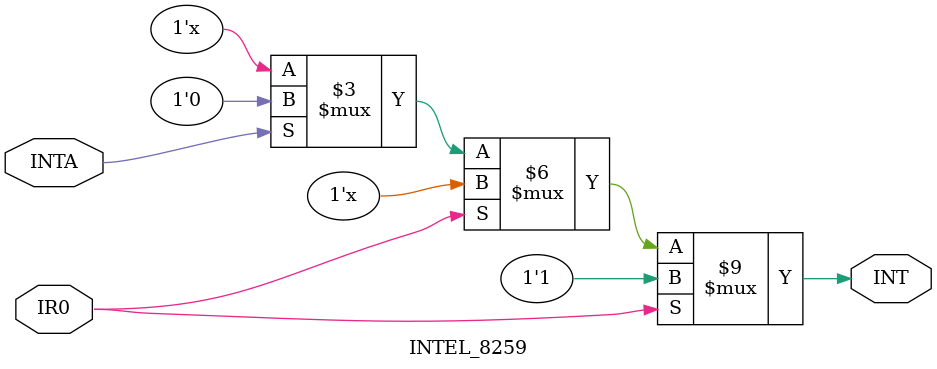
<source format=v>
module INTEL_8259(  // Interrupt Controller
input IR0, // IR0 interrupt port
input INTA, // Inerrupt Acknowledge
output reg INT); // Interrupt Request

always @ (*)
begin
	if ( IR0 ) // DMA done transfer IO to MEM
		INT = 1; // Interrupt Request
	else if ( INTA ) // Resets INT
		INT = 0;
end
endmodule
</source>
